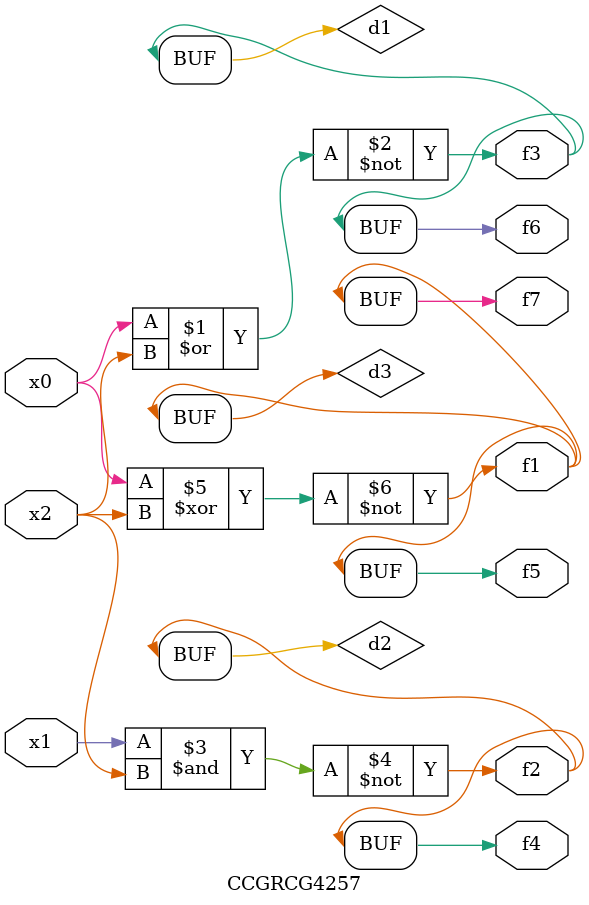
<source format=v>
module CCGRCG4257(
	input x0, x1, x2,
	output f1, f2, f3, f4, f5, f6, f7
);

	wire d1, d2, d3;

	nor (d1, x0, x2);
	nand (d2, x1, x2);
	xnor (d3, x0, x2);
	assign f1 = d3;
	assign f2 = d2;
	assign f3 = d1;
	assign f4 = d2;
	assign f5 = d3;
	assign f6 = d1;
	assign f7 = d3;
endmodule

</source>
